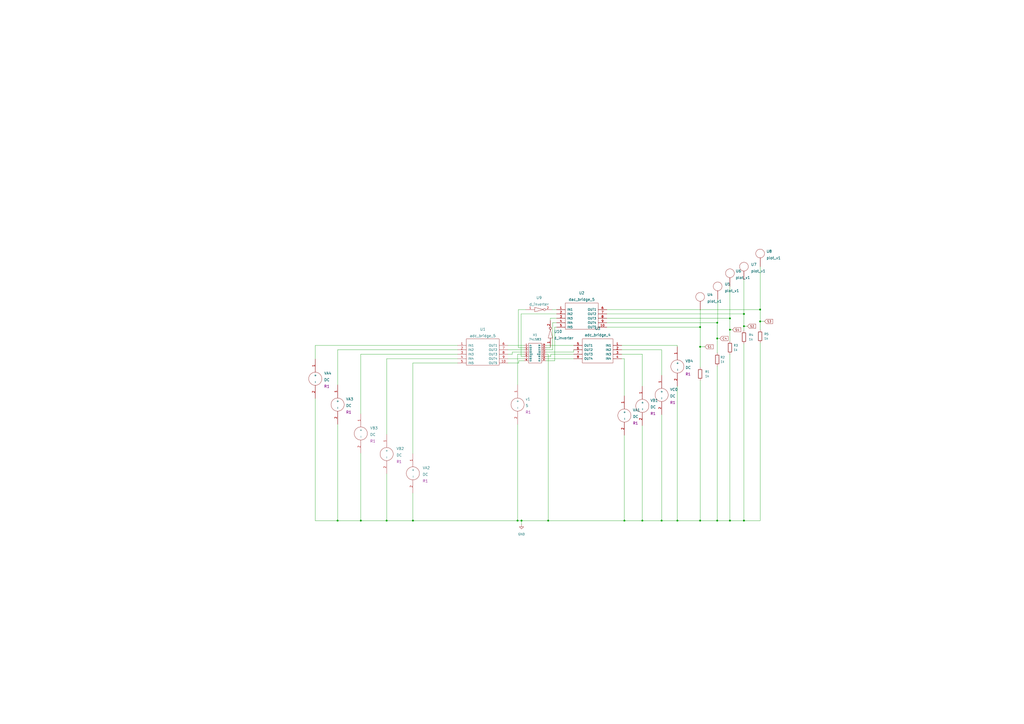
<source format=kicad_sch>
(kicad_sch (version 20211123) (generator eeschema)
  (paper "A2")
  (lib_symbols
    (symbol "eSim_Devices:resistor" (pin_numbers hide) (pin_names (offset 0))
      (property "Reference" "R" (at 1.27 3.302 0))
      (property "Value" "resistor" (at 1.27 -1.27 0))
      (symbol "resistor_0_1"
        (rectangle (start 3.81 0.254) (end -1.27 2.286) (stroke (width 0.254)))
      )
      (symbol "resistor_1_1"
        (pin passive line (at -2.54 1.27 0) (length 1.27) (name "~") (number "1"))
        (pin passive line (at 5.08 1.27 180) (length 1.27) (name "~") (number "2"))
      )
    )
    (symbol "eSim_Digital:d_inverter" (pin_names (offset 1.016))
      (property "Reference" "U" (at 0 -2.54 0))
      (property "Value" "d_inverter" (at 0 3.81 0))
      (symbol "d_inverter_0_1"
        (polyline (pts (xy -2.54 1.27) (xy -2.54 -1.27) (xy 2.54 0) (xy -2.54 1.27)))
      )
      (symbol "d_inverter_1_1"
        (pin input line (at -7.62 0 0) (length 5.08) (name "~") (number "1"))
        (pin output inverted (at 7.62 0 180) (length 5.08) (name "~") (number "2"))
      )
    )
    (symbol "eSim_Hybrid:adc_bridge_4" (pin_names (offset 1.016))
      (property "Reference" "U" (at 0 0 0))
      (property "Value" "adc_bridge_4" (at 0 7.62 0))
      (symbol "adc_bridge_4_0_1"
        (rectangle (start -8.89 8.89) (end 8.89 -5.08))
      )
      (symbol "adc_bridge_4_1_1"
        (pin input line (at -13.97 5.08 0) (length 5.08) (name "IN1") (number "1"))
        (pin input line (at -13.97 2.54 0) (length 5.08) (name "IN2") (number "2"))
        (pin input line (at -13.97 0 0) (length 5.08) (name "IN3") (number "3"))
        (pin input line (at -13.97 -2.54 0) (length 5.08) (name "IN4") (number "4"))
        (pin output line (at 13.97 5.08 180) (length 5.08) (name "OUT1") (number "5"))
        (pin output line (at 13.97 2.54 180) (length 5.08) (name "OUT2") (number "6"))
        (pin output line (at 13.97 0 180) (length 5.08) (name "OUT3") (number "7"))
        (pin output line (at 13.97 -2.54 180) (length 5.08) (name "OUT4") (number "8"))
      )
    )
    (symbol "eSim_Hybrid:adc_bridge_5" (pin_names (offset 1.016))
      (property "Reference" "U" (at 0 0 0))
      (property "Value" "adc_bridge_5" (at 0 3.81 0))
      (symbol "adc_bridge_5_0_1"
        (rectangle (start -10.16 5.08) (end 8.89 -10.16))
      )
      (symbol "adc_bridge_5_1_1"
        (pin input line (at -15.24 1.27 0) (length 5.08) (name "IN1") (number "1"))
        (pin output line (at 13.97 -8.89 180) (length 5.08) (name "OUT5") (number "10"))
        (pin input line (at -15.24 -1.27 0) (length 5.08) (name "IN2") (number "2"))
        (pin input line (at -15.24 -3.81 0) (length 5.08) (name "IN3") (number "3"))
        (pin input line (at -15.24 -6.35 0) (length 5.08) (name "IN4") (number "4"))
        (pin input line (at -15.24 -8.89 0) (length 5.08) (name "IN5") (number "5"))
        (pin output line (at 13.97 1.27 180) (length 5.08) (name "OUT1") (number "6"))
        (pin output line (at 13.97 -1.27 180) (length 5.08) (name "OUT2") (number "7"))
        (pin output line (at 13.97 -3.81 180) (length 5.08) (name "OUT3") (number "8"))
        (pin output line (at 13.97 -6.35 180) (length 5.08) (name "OUT4") (number "9"))
      )
    )
    (symbol "eSim_Hybrid:dac_bridge_5" (pin_names (offset 1.016))
      (property "Reference" "U" (at 0 0 0))
      (property "Value" "dac_bridge_5" (at 0 3.81 0))
      (symbol "dac_bridge_5_0_1"
        (rectangle (start -10.16 5.08) (end 8.89 -10.16))
      )
      (symbol "dac_bridge_5_1_1"
        (pin input line (at -15.24 1.27 0) (length 5.08) (name "IN1") (number "1"))
        (pin output line (at 13.97 -8.89 180) (length 5.08) (name "OUT5") (number "10"))
        (pin input line (at -15.24 -1.27 0) (length 5.08) (name "IN2") (number "2"))
        (pin input line (at -15.24 -3.81 0) (length 5.08) (name "IN3") (number "3"))
        (pin input line (at -15.24 -6.35 0) (length 5.08) (name "IN4") (number "4"))
        (pin input line (at -15.24 -8.89 0) (length 5.08) (name "IN5") (number "5"))
        (pin output line (at 13.97 1.27 180) (length 5.08) (name "OUT1") (number "6"))
        (pin output line (at 13.97 -1.27 180) (length 5.08) (name "OUT2") (number "7"))
        (pin output line (at 13.97 -3.81 180) (length 5.08) (name "OUT3") (number "8"))
        (pin output line (at 13.97 -6.35 180) (length 5.08) (name "OUT4") (number "9"))
      )
    )
    (symbol "eSim_Plot:plot_v1" (pin_names (offset 1.016))
      (property "Reference" "U" (at 0 12.7 0))
      (property "Value" "plot_v1" (at 5.08 8.89 0))
      (symbol "plot_v1_0_1"
        (circle (center 0 12.7) (radius 2.54))
      )
      (symbol "plot_v1_1_1"
        (pin input line (at 0 5.08 90) (length 5.08) (name "~") (number "~"))
      )
    )
    (symbol "eSim_Power:eSim_GND" (power) (pin_names (offset 0))
      (property "Value" "eSim_GND" (at 0 -3.81 0))
      (symbol "eSim_GND_0_1"
        (polyline (pts (xy 0 0) (xy 0 -1.27) (xy 1.27 -1.27) (xy 0 -2.54) (xy -1.27 -1.27) (xy 0 -1.27)))
      )
      (symbol "eSim_GND_1_1"
        (pin power_in line (at 0 0 270) (length 0) hide (name "GND") (number "1"))
      )
    )
    (symbol "eSim_Sources:DC" (pin_names (offset 1.016))
      (property "Reference" "v" (at -5.08 2.54 0))
      (property "Value" "DC" (at -5.08 -1.27 0))
      (property "Footprint" "R1" (at -7.62 0 0))
      (symbol "DC_0_1"
        (circle (center 0 0) (radius 3.81))
      )
      (symbol "DC_1_1"
        (pin power_out line (at 0 11.43 270) (length 7.62) (name "+") (number "1"))
        (pin bidirectional line (at 0 -11.43 90) (length 7.62) (name "-") (number "2"))
      )
    )
    (symbol "eSim_Subckt:74LS83"
      (property "Reference" "X" (at 0 -6.35 0))
      (property "Value" "74LS83" (at 0 7.62 0))
      (symbol "74LS83_0_1"
        (rectangle (start -3.81 6.35) (end 3.81 -5.08))
      )
      (symbol "74LS83_1_1"
        (pin input line (at -6.35 5.08 0) (length 2.54) (name "A4") (number "1"))
        (pin input line (at 6.35 -2.54 180) (length 2.54) (name "A1") (number "10"))
        (pin input line (at 6.35 -1.27 180) (length 2.54) (name "B1") (number "11"))
        (pin power_in line (at 6.35 0 180) (length 2.54) (name "GND") (number "12"))
        (pin input line (at 6.35 1.27 180) (length 2.54) (name "C0") (number "13"))
        (pin output line (at 6.35 2.54 180) (length 2.54) (name "C4") (number "14"))
        (pin output line (at 6.35 3.81 180) (length 2.54) (name "S4") (number "15"))
        (pin input line (at 6.35 5.08 180) (length 2.54) (name "B4") (number "16"))
        (pin output line (at -6.35 3.81 0) (length 2.54) (name "S3") (number "2"))
        (pin input line (at -6.35 2.54 0) (length 2.54) (name "A3") (number "3"))
        (pin input line (at -6.35 1.27 0) (length 2.54) (name "B3") (number "4"))
        (pin power_in line (at -6.35 0 0) (length 2.54) (name "VCC") (number "5"))
        (pin output line (at -6.35 -1.27 0) (length 2.54) (name "S2") (number "6"))
        (pin input line (at -6.35 -2.54 0) (length 2.54) (name "B2") (number "7"))
        (pin input line (at -6.35 -3.81 0) (length 2.54) (name "A2") (number "8"))
        (pin output line (at 6.35 -3.81 180) (length 2.54) (name "S1") (number "9"))
      )
    )
  )
  (junction (at 239.522 302.006))
  (junction (at 362.204 302.006))
  (junction (at 318.008 302.006))
  (junction (at 406.146 302.006))
  (junction (at 195.834 302.006))
  (junction (at 440.944 186.436))
  (junction (at 423.418 302.006))
  (junction (at 431.546 189.23))
  (junction (at 406.146 201.168))
  (junction (at 440.944 179.578))
  (junction (at 406.146 189.738))
  (junction (at 423.418 184.658))
  (junction (at 416.052 302.006))
  (junction (at 224.282 302.006))
  (junction (at 209.296 302.006))
  (junction (at 423.418 191.262))
  (junction (at 416.052 196.342))
  (junction (at 416.052 187.198))
  (junction (at 383.794 302.006))
  (junction (at 300.228 302.006))
  (junction (at 302.514 302.006))
  (junction (at 431.546 182.118))
  (junction (at 431.546 302.006))
  (junction (at 392.938 302.006))
  (junction (at 372.618 302.006))
  (wire (pts (xy 372.618 302.006) (xy 383.794 302.006)))
  (wire (pts (xy 362.204 252.476) (xy 362.204 302.006)))
  (wire (pts (xy 431.546 182.118) (xy 352.044 182.118)))
  (wire (pts (xy 304.038 201.676) (xy 300.736 201.676)))
  (wire (pts (xy 392.938 224.028) (xy 392.938 302.006)))
  (wire (pts (xy 300.99 209.296) (xy 304.038 209.296)))
  (wire (pts (xy 182.88 208.28) (xy 182.88 200.406)))
  (wire (pts (xy 406.146 179.832) (xy 406.146 189.738)))
  (wire (pts (xy 316.738 202.946) (xy 320.548 202.946)))
  (wire (pts (xy 383.794 240.538) (xy 383.794 302.006)))
  (wire (pts (xy 294.64 210.566) (xy 300.99 210.566)))
  (wire (pts (xy 304.038 206.756) (xy 302.26 206.756)))
  (wire (pts (xy 239.522 210.566) (xy 265.43 210.566)))
  (wire (pts (xy 416.052 187.198) (xy 416.306 187.198)))
  (wire (pts (xy 416.306 173.736) (xy 416.306 187.198)))
  (wire (pts (xy 319.278 184.658) (xy 322.834 184.658)))
  (wire (pts (xy 431.546 199.39) (xy 431.546 302.006)))
  (wire (pts (xy 440.944 186.436) (xy 443.484 186.436)))
  (wire (pts (xy 423.418 166.116) (xy 423.418 184.658)))
  (wire (pts (xy 302.26 182.118) (xy 322.834 182.118)))
  (wire (pts (xy 320.548 202.946) (xy 320.548 187.198)))
  (wire (pts (xy 440.944 198.882) (xy 440.944 302.006)))
  (wire (pts (xy 423.418 191.262) (xy 423.418 197.866)))
  (wire (pts (xy 362.204 302.006) (xy 372.618 302.006)))
  (wire (pts (xy 362.204 208.026) (xy 360.68 208.026)))
  (wire (pts (xy 440.944 179.578) (xy 440.944 186.436)))
  (wire (pts (xy 431.546 189.23) (xy 433.578 189.23)))
  (wire (pts (xy 423.418 205.486) (xy 423.418 302.006)))
  (wire (pts (xy 352.044 187.198) (xy 416.052 187.198)))
  (wire (pts (xy 423.418 302.006) (xy 431.546 302.006)))
  (wire (pts (xy 431.546 182.118) (xy 431.546 189.23)))
  (wire (pts (xy 209.296 262.89) (xy 209.296 302.006)))
  (wire (pts (xy 440.944 186.436) (xy 440.944 191.262)))
  (wire (pts (xy 300.228 205.486) (xy 304.038 205.486)))
  (wire (pts (xy 302.514 302.006) (xy 318.008 302.006)))
  (wire (pts (xy 318.008 302.006) (xy 362.204 302.006)))
  (wire (pts (xy 431.546 189.23) (xy 431.546 191.77)))
  (wire (pts (xy 224.282 274.828) (xy 224.282 302.006)))
  (wire (pts (xy 300.736 179.578) (xy 305.054 179.578)))
  (wire (pts (xy 182.88 302.006) (xy 195.834 302.006)))
  (wire (pts (xy 265.43 205.486) (xy 209.296 205.486)))
  (wire (pts (xy 416.052 212.344) (xy 416.052 302.006)))
  (wire (pts (xy 332.74 202.946) (xy 332.74 204.216)))
  (wire (pts (xy 316.738 208.026) (xy 332.74 208.026)))
  (wire (pts (xy 224.282 208.026) (xy 265.43 208.026)))
  (wire (pts (xy 316.738 209.296) (xy 321.818 209.296)))
  (wire (pts (xy 416.052 196.342) (xy 416.052 187.198)))
  (wire (pts (xy 182.88 200.406) (xy 265.43 200.406)))
  (wire (pts (xy 319.532 205.486) (xy 319.532 206.756)))
  (wire (pts (xy 319.532 206.756) (xy 316.738 206.756)))
  (wire (pts (xy 195.834 302.006) (xy 209.296 302.006)))
  (wire (pts (xy 239.522 302.006) (xy 300.228 302.006)))
  (wire (pts (xy 297.18 205.486) (xy 297.18 204.216)))
  (wire (pts (xy 406.146 189.738) (xy 406.146 201.168)))
  (wire (pts (xy 239.522 286.004) (xy 239.522 302.006)))
  (wire (pts (xy 416.052 196.342) (xy 417.576 196.342)))
  (wire (pts (xy 372.618 246.888) (xy 372.618 302.006)))
  (wire (pts (xy 440.944 154.686) (xy 440.944 179.578)))
  (wire (pts (xy 224.282 208.026) (xy 224.282 251.968)))
  (wire (pts (xy 300.736 201.676) (xy 300.736 179.578)))
  (wire (pts (xy 406.146 201.168) (xy 406.146 213.106)))
  (wire (pts (xy 300.99 210.566) (xy 300.99 209.296)))
  (wire (pts (xy 224.282 302.006) (xy 239.522 302.006)))
  (wire (pts (xy 406.146 189.738) (xy 352.044 189.738)))
  (wire (pts (xy 423.418 184.658) (xy 423.418 191.262)))
  (wire (pts (xy 360.68 200.406) (xy 392.938 200.406)))
  (wire (pts (xy 392.938 200.406) (xy 392.938 201.168)))
  (wire (pts (xy 294.64 208.026) (xy 304.038 208.026)))
  (wire (pts (xy 239.522 263.144) (xy 239.522 210.566)))
  (wire (pts (xy 406.146 220.726) (xy 406.146 302.006)))
  (wire (pts (xy 294.64 202.946) (xy 304.038 202.946)))
  (wire (pts (xy 300.228 302.006) (xy 302.514 302.006)))
  (wire (pts (xy 383.794 217.678) (xy 383.794 202.946)))
  (wire (pts (xy 297.18 204.216) (xy 304.038 204.216)))
  (wire (pts (xy 431.546 162.306) (xy 431.546 182.118)))
  (wire (pts (xy 321.818 209.296) (xy 321.818 189.738)))
  (wire (pts (xy 416.052 204.724) (xy 416.052 196.342)))
  (wire (pts (xy 316.738 201.676) (xy 319.278 201.676)))
  (wire (pts (xy 423.418 191.262) (xy 424.942 191.262)))
  (wire (pts (xy 360.68 205.486) (xy 372.618 205.486)))
  (wire (pts (xy 195.834 202.946) (xy 265.43 202.946)))
  (wire (pts (xy 316.738 200.406) (xy 332.74 200.406)))
  (wire (pts (xy 360.68 202.946) (xy 383.794 202.946)))
  (wire (pts (xy 406.146 302.006) (xy 416.052 302.006)))
  (wire (pts (xy 320.548 187.198) (xy 322.834 187.198)))
  (wire (pts (xy 294.64 205.486) (xy 297.18 205.486)))
  (wire (pts (xy 300.228 246.126) (xy 300.228 302.006)))
  (wire (pts (xy 209.296 205.486) (xy 209.296 240.03)))
  (wire (pts (xy 431.546 302.006) (xy 440.944 302.006)))
  (wire (pts (xy 362.204 229.616) (xy 362.204 208.026)))
  (wire (pts (xy 209.296 302.006) (xy 224.282 302.006)))
  (wire (pts (xy 372.618 224.028) (xy 372.618 205.486)))
  (wire (pts (xy 182.88 231.14) (xy 182.88 302.006)))
  (wire (pts (xy 332.74 205.486) (xy 319.532 205.486)))
  (wire (pts (xy 319.278 185.928) (xy 319.278 184.658)))
  (wire (pts (xy 318.008 205.486) (xy 318.008 302.006)))
  (wire (pts (xy 321.818 189.738) (xy 322.834 189.738)))
  (wire (pts (xy 423.418 184.658) (xy 352.044 184.658)))
  (wire (pts (xy 302.26 206.756) (xy 302.26 182.118)))
  (wire (pts (xy 316.738 205.486) (xy 318.008 205.486)))
  (wire (pts (xy 440.944 179.578) (xy 352.044 179.578)))
  (wire (pts (xy 195.834 223.266) (xy 195.834 202.946)))
  (wire (pts (xy 195.834 246.126) (xy 195.834 302.006)))
  (wire (pts (xy 320.294 179.578) (xy 322.834 179.578)))
  (wire (pts (xy 319.278 201.676) (xy 319.278 201.168)))
  (wire (pts (xy 294.64 200.406) (xy 304.038 200.406)))
  (wire (pts (xy 383.794 302.006) (xy 392.938 302.006)))
  (wire (pts (xy 300.228 223.266) (xy 300.228 205.486)))
  (wire (pts (xy 406.146 201.168) (xy 408.94 201.168)))
  (wire (pts (xy 302.514 302.006) (xy 302.514 304.292)))
  (wire (pts (xy 392.938 302.006) (xy 406.146 302.006)))
  (wire (pts (xy 416.052 302.006) (xy 423.418 302.006)))
  (wire (pts (xy 316.738 204.216) (xy 332.74 204.216)))
  (global_label "S2" (shape input) (at 433.578 189.23 0) (property "Intersheet References" "${INTERSHEET_REFS}" (effects hide)))
  (global_label "S3" (shape input) (at 443.484 186.436 0) (property "Intersheet References" "${INTERSHEET_REFS}" (effects hide)))
  (global_label "S4" (shape input) (at 424.942 191.262 0) (property "Intersheet References" "${INTERSHEET_REFS}" (effects hide)))
  (global_label "C4" (shape input) (at 417.576 196.342 0) (property "Intersheet References" "${INTERSHEET_REFS}" (effects hide)))
  (global_label "S1" (shape input) (at 408.94 201.168 0) (property "Intersheet References" "${INTERSHEET_REFS}" (effects hide)))
  (symbol (lib_id "eSim_Sources:DC") (at 182.88 219.71 0) (unit 1)
    (property "Reference" "VA4" (at 187.96 216.535 0) (effects (font (size 1.524 1.524)) (justify left)))
    (property "Value" "DC" (at 187.96 220.345 0) (effects (font (size 1.524 1.524)) (justify left)))
    (property "Footprint" "R1" (at 187.96 224.155 0) (effects (font (size 1.524 1.524)) (justify left)))
  )
  (symbol (lib_id "eSim_Digital:d_inverter") (at 312.674 179.578 0) (unit 1)
    (property "Reference" "U9" (at 312.674 172.72 0) (effects (font (size 1.524 1.524))))
    (property "Value" "d_inverter" (at 312.674 176.53 0) (effects (font (size 1.524 1.524))))
  )
  (symbol (lib_id "eSim_Sources:DC") (at 209.296 251.46 0) (unit 1)
    (property "Reference" "VB3" (at 214.63 248.285 0) (effects (font (size 1.524 1.524)) (justify left)))
    (property "Value" "DC" (at 214.63 252.095 0) (effects (font (size 1.524 1.524)) (justify left)))
    (property "Footprint" "R1" (at 214.63 255.905 0) (effects (font (size 1.524 1.524)) (justify left)))
  )
  (symbol (lib_id "eSim_Sources:DC") (at 362.204 241.046 0) (unit 1)
    (property "Reference" "VA1" (at 367.03 237.871 0) (effects (font (size 1.524 1.524)) (justify left)))
    (property "Value" "DC" (at 367.03 241.681 0) (effects (font (size 1.524 1.524)) (justify left)))
    (property "Footprint" "R1" (at 367.03 245.491 0) (effects (font (size 1.524 1.524)) (justify left)))
  )
  (symbol (lib_id "eSim_Sources:DC") (at 239.522 274.574 0) (unit 1)
    (property "Reference" "VA2" (at 245.11 271.399 0) (effects (font (size 1.524 1.524)) (justify left)))
    (property "Value" "DC" (at 245.11 275.209 0) (effects (font (size 1.524 1.524)) (justify left)))
    (property "Footprint" "R1" (at 245.11 279.019 0) (effects (font (size 1.524 1.524)) (justify left)))
  )
  (symbol (lib_id "eSim_Hybrid:adc_bridge_4") (at 346.71 205.486 0) (mirror y) (unit 1)
    (property "Reference" "U3" (at 346.71 190.5 0) (effects (font (size 1.524 1.524))))
    (property "Value" "adc_bridge_4" (at 346.71 194.31 0) (effects (font (size 1.524 1.524))))
  )
  (symbol (lib_id "eSim_Devices:resistor") (at 432.816 196.85 90) (unit 1)
    (property "Reference" "R4" (at 434.34 194.3099 90) (effects (justify right)))
    (property "Value" "1k" (at 434.34 196.8499 90) (effects (justify right)))
  )
  (symbol (lib_id "eSim_Devices:resistor") (at 424.688 202.946 90) (unit 1)
    (property "Reference" "R3" (at 425.45 200.4059 90) (effects (justify right)))
    (property "Value" "1k" (at 425.45 202.9459 90) (effects (justify right)))
  )
  (symbol (lib_id "eSim_Sources:DC") (at 383.794 229.108 0) (unit 1)
    (property "Reference" "VC0" (at 388.62 225.933 0) (effects (font (size 1.524 1.524)) (justify left)))
    (property "Value" "DC" (at 388.62 229.743 0) (effects (font (size 1.524 1.524)) (justify left)))
    (property "Footprint" "R1" (at 388.62 233.553 0) (effects (font (size 1.524 1.524)) (justify left)))
  )
  (symbol (lib_id "eSim_Hybrid:adc_bridge_5") (at 280.67 201.676 0) (unit 1)
    (property "Reference" "U1" (at 280.035 191.008 0) (effects (font (size 1.524 1.524))))
    (property "Value" "adc_bridge_5" (at 280.035 194.818 0) (effects (font (size 1.524 1.524))))
  )
  (symbol (lib_id "eSim_Plot:plot_v1") (at 406.146 184.912 0) (unit 1)
    (property "Reference" "U4" (at 410.21 170.942 0) (effects (font (size 1.524 1.524)) (justify left)))
    (property "Value" "plot_v1" (at 410.21 174.752 0) (effects (font (size 1.524 1.524)) (justify left)))
  )
  (symbol (lib_id "eSim_Plot:plot_v1") (at 423.418 171.196 0) (unit 1)
    (property "Reference" "U6" (at 426.72 157.226 0) (effects (font (size 1.524 1.524)) (justify left)))
    (property "Value" "plot_v1" (at 426.72 161.036 0) (effects (font (size 1.524 1.524)) (justify left)))
  )
  (symbol (lib_id "eSim_Plot:plot_v1") (at 416.306 178.816 0) (unit 1)
    (property "Reference" "U5" (at 420.37 164.846 0) (effects (font (size 1.524 1.524)) (justify left)))
    (property "Value" "plot_v1" (at 420.37 168.656 0) (effects (font (size 1.524 1.524)) (justify left)))
  )
  (symbol (lib_id "eSim_Sources:DC") (at 224.282 263.398 0) (unit 1)
    (property "Reference" "VB2" (at 229.87 260.223 0) (effects (font (size 1.524 1.524)) (justify left)))
    (property "Value" "DC" (at 229.87 264.033 0) (effects (font (size 1.524 1.524)) (justify left)))
    (property "Footprint" "R1" (at 229.87 267.843 0) (effects (font (size 1.524 1.524)) (justify left)))
  )
  (symbol (lib_id "eSim_Subckt:74LS83") (at 310.388 205.486 0) (unit 1)
    (property "Reference" "X1" (at 310.388 194.31 0))
    (property "Value" "74LS83" (at 310.388 196.85 0))
  )
  (symbol (lib_id "eSim_Devices:resistor") (at 417.322 209.804 90) (unit 1)
    (property "Reference" "R2" (at 417.83 207.2639 90) (effects (justify right)))
    (property "Value" "1k" (at 417.83 209.8039 90) (effects (justify right)))
  )
  (symbol (lib_id "eSim_Sources:DC") (at 392.938 212.598 0) (unit 1)
    (property "Reference" "VB4" (at 397.51 209.423 0) (effects (font (size 1.524 1.524)) (justify left)))
    (property "Value" "DC" (at 397.51 213.233 0) (effects (font (size 1.524 1.524)) (justify left)))
    (property "Footprint" "R1" (at 397.51 217.043 0) (effects (font (size 1.524 1.524)) (justify left)))
  )
  (symbol (lib_id "eSim_Plot:plot_v1") (at 440.944 159.766 0) (unit 1)
    (property "Reference" "U8" (at 444.5 145.796 0) (effects (font (size 1.524 1.524)) (justify left)))
    (property "Value" "plot_v1" (at 444.5 149.606 0) (effects (font (size 1.524 1.524)) (justify left)))
  )
  (symbol (lib_id "eSim_Power:eSim_GND") (at 302.514 304.292 0) (unit 1)
    (property "Reference" "#PWR01" (effects hide))
    (property "Value" "eSim_GND" (at 302.514 309.88 0))
  )
  (symbol (lib_id "eSim_Devices:resistor") (at 442.214 196.342 90) (unit 1)
    (property "Reference" "R5" (at 443.23 193.8019 90) (effects (justify right)))
    (property "Value" "1k" (at 443.23 196.3419 90) (effects (justify right)))
  )
  (symbol (lib_id "eSim_Sources:DC") (at 300.228 234.696 0) (unit 1)
    (property "Reference" "v1" (at 304.8 231.521 0) (effects (font (size 1.524 1.524)) (justify left)))
    (property "Value" "5" (at 304.8 235.331 0) (effects (font (size 1.524 1.524)) (justify left)))
    (property "Footprint" "R1" (at 304.8 239.141 0) (effects (font (size 1.524 1.524)) (justify left)))
  )
  (symbol (lib_id "eSim_Sources:DC") (at 195.834 234.696 0) (unit 1)
    (property "Reference" "VA3" (at 200.66 231.521 0) (effects (font (size 1.524 1.524)) (justify left)))
    (property "Value" "DC" (at 200.66 235.331 0) (effects (font (size 1.524 1.524)) (justify left)))
    (property "Footprint" "R1" (at 200.66 239.141 0) (effects (font (size 1.524 1.524)) (justify left)))
  )
  (symbol (lib_id "eSim_Devices:resistor") (at 407.416 218.186 90) (unit 1)
    (property "Reference" "R1" (at 408.94 215.6459 90) (effects (justify right)))
    (property "Value" "1k" (at 408.94 218.1859 90) (effects (justify right)))
  )
  (symbol (lib_id "eSim_Hybrid:dac_bridge_5") (at 338.074 180.848 0) (unit 1)
    (property "Reference" "U2" (at 337.439 169.926 0) (effects (font (size 1.524 1.524))))
    (property "Value" "dac_bridge_5" (at 337.439 173.736 0) (effects (font (size 1.524 1.524))))
  )
  (symbol (lib_id "eSim_Sources:DC") (at 372.618 235.458 0) (unit 1)
    (property "Reference" "VB1" (at 377.19 232.283 0) (effects (font (size 1.524 1.524)) (justify left)))
    (property "Value" "DC" (at 377.19 236.093 0) (effects (font (size 1.524 1.524)) (justify left)))
    (property "Footprint" "R1" (at 377.19 239.903 0) (effects (font (size 1.524 1.524)) (justify left)))
  )
  (symbol (lib_id "eSim_Digital:d_inverter") (at 319.278 193.548 90) (unit 1)
    (property "Reference" "U10" (at 321.31 192.278 90) (effects (font (size 1.524 1.524)) (justify right)))
    (property "Value" "d_inverter" (at 321.31 196.088 90) (effects (font (size 1.524 1.524)) (justify right)))
  )
  (symbol (lib_id "eSim_Plot:plot_v1") (at 431.546 167.386 0) (unit 1)
    (property "Reference" "U7" (at 435.61 153.416 0) (effects (font (size 1.524 1.524)) (justify left)))
    (property "Value" "plot_v1" (at 435.61 157.226 0) (effects (font (size 1.524 1.524)) (justify left)))
  )
)
</source>
